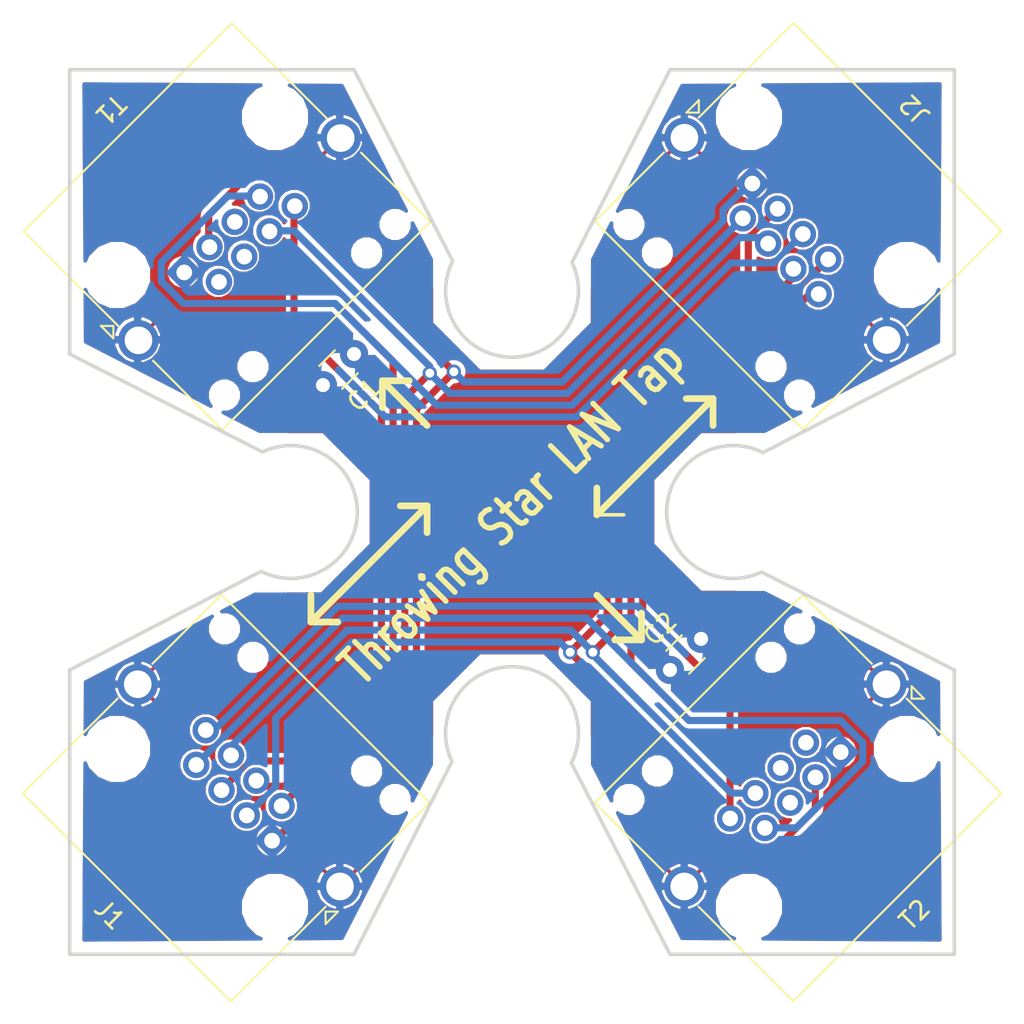
<source format=kicad_pcb>
(kicad_pcb (version 20171130) (host pcbnew "(5.1.6)-1")
  (title_block (date "17 feb 2011"))
  (layers (0 Front signal) (31 Back signal) (36 B.SilkS user) (37 F.SilkS user) (38 B.Mask user) (39 F.Mask user) (44 Edge.Cuts user))
  (net 0 "")
  (net 1 /SIG1)
  (net 2 /SIG2)
  (net 3 /SIG3)
  (net 4 /SIG4)
  (net 5 /SIG5)
  (net 6 /SIG6)
  (net 7 /SIG7)
  (net 8 /SIG8)
  (net 9 GND)
  (net 10 "Net-(J3-Pad1)")
  (net 11 "Net-(J3-Pad2)")
  (net 12 "Net-(J3-Pad4)")
  (net 13 "Net-(J3-Pad5)")
  (net 14 "Net-(J4-Pad1)")
  (net 15 "Net-(J4-Pad2)")
  (net 16 "Net-(J4-Pad4)")
  (net 17 "Net-(J4-Pad5)")
  (module Connector_RJ:RJ45_Amphenol_RJHSE5380 (layer Front) (at 166.771377 104.426521 225)
    (fp_text reference T2 (at 3.560001 -9.5 45 unlocked) (layer F.SilkS))
    (fp_text value RJ45)
    (fp_line (start -4.76 -8.11) (end 11.88 -8.11) (layer F.SilkS) (width 0.12))
    (fp_line (start -4.805 -8.11) (end -4.805 -0.5) (layer F.SilkS) (width 0.12))
    (fp_line (start 11.925 -8.11) (end 11.925 -0.5) (layer F.SilkS) (width 0.12))
    (fp_line (start -4.76 7.86) (end 11.925 7.86) (layer F.SilkS) (width 0.12))
    (fp_line (start -4.805 7.86) (end -4.805 2.3) (layer F.SilkS) (width 0.12))
    (fp_line (start 11.925 7.86) (end 11.925 2.3) (layer F.SilkS) (width 0.12))
    (fp_line (start -5 -0.7) (end -5.5 -0.2) (layer F.SilkS) (width 0.12))
    (fp_line (start -5.5 -0.2) (end -5.5 -1.2) (layer F.SilkS) (width 0.12))
    (fp_line (start -5.5 -1.2) (end -5 -0.7) (layer F.SilkS) (width 0.12))
    (pad SH thru_hole circle (at -4.57 0.89 225) (size 2.3 2.3) (drill 1.57) (layers *.Cu *.Mask) (net 9 GND))
    (pad SH thru_hole circle (at 11.69 0.89 225) (size 2.3 2.3) (drill 1.57) (layers *.Cu *.Mask) (net 9 GND))
    (pad "" np_thru_hole circle (at 9.91 -2.54 225) (size 3.25 3.25) (drill 3.25) (layers *.Cu *.Mask))
    (pad "" np_thru_hole circle (at -2.79 -2.54 225) (size 3.25 3.25) (drill 3.25) (layers *.Cu *.Mask))
    (pad 8 thru_hole circle (at 7.112 1.78 225) (size 1.5 1.5) (drill 0.89) (layers *.Cu *.Mask) (net 8 /SIG8))
    (pad 6 thru_hole circle (at 5.08 1.78 225) (size 1.5 1.5) (drill 0.89) (layers *.Cu *.Mask) (net 6 /SIG6))
    (pad 4 thru_hole circle (at 3.048 1.78 225) (size 1.5 1.5) (drill 0.89) (layers *.Cu *.Mask) (net 16 "Net-(J4-Pad4)"))
    (pad 2 thru_hole circle (at 1.016 1.78 225) (size 1.5 1.5) (drill 0.89) (layers *.Cu *.Mask) (net 15 "Net-(J4-Pad2)"))
    (pad 7 thru_hole circle (at 6.096 0 225) (size 1.5 1.5) (drill 0.89) (layers *.Cu *.Mask) (net 7 /SIG7))
    (pad 5 thru_hole circle (at 4.064 0 225) (size 1.5 1.5) (drill 0.89) (layers *.Cu *.Mask) (net 17 "Net-(J4-Pad5)"))
    (pad 3 thru_hole circle (at 2.032 0 225) (size 1.5 1.5) (drill 0.89) (layers *.Cu *.Mask) (net 3 /SIG3))
    (pad 1 thru_hole rect (at 0 0 225) (size 1.5 1.5) (drill 0.89) (layers *.Cu *.Mask) (net 14 "Net-(J4-Pad1)"))
  )
  (module Connector_RJ:RJ45_Amphenol_RJHSE5380 (layer Front) (at 129.448879 77.153223 45)
    (fp_text reference T1 (at 3.560001 -9.5 225 unlocked) (layer F.SilkS))
    (fp_text value RJ45)
    (fp_line (start -4.76 -8.11) (end 11.88 -8.11) (layer F.SilkS) (width 0.12))
    (fp_line (start -4.805 -8.11) (end -4.805 -0.5) (layer F.SilkS) (width 0.12))
    (fp_line (start 11.925 -8.11) (end 11.925 -0.5) (layer F.SilkS) (width 0.12))
    (fp_line (start -4.76 7.86) (end 11.925 7.86) (layer F.SilkS) (width 0.12))
    (fp_line (start -4.805 7.86) (end -4.805 2.3) (layer F.SilkS) (width 0.12))
    (fp_line (start 11.925 7.86) (end 11.925 2.3) (layer F.SilkS) (width 0.12))
    (fp_line (start -5 -0.7) (end -5.5 -0.2) (layer F.SilkS) (width 0.12))
    (fp_line (start -5.5 -0.2) (end -5.5 -1.2) (layer F.SilkS) (width 0.12))
    (fp_line (start -5.5 -1.2) (end -5 -0.7) (layer F.SilkS) (width 0.12))
    (pad SH thru_hole circle (at -4.57 0.89 45) (size 2.3 2.3) (drill 1.57) (layers *.Cu *.Mask) (net 9 GND))
    (pad SH thru_hole circle (at 11.69 0.89 45) (size 2.3 2.3) (drill 1.57) (layers *.Cu *.Mask) (net 9 GND))
    (pad "" np_thru_hole circle (at 9.91 -2.54 45) (size 3.25 3.25) (drill 3.25) (layers *.Cu *.Mask))
    (pad "" np_thru_hole circle (at -2.79 -2.54 45) (size 3.25 3.25) (drill 3.25) (layers *.Cu *.Mask))
    (pad 8 thru_hole circle (at 7.112 1.78 45) (size 1.5 1.5) (drill 0.89) (layers *.Cu *.Mask) (net 5 /SIG5))
    (pad 6 thru_hole circle (at 5.08 1.78 45) (size 1.5 1.5) (drill 0.89) (layers *.Cu *.Mask) (net 2 /SIG2))
    (pad 4 thru_hole circle (at 3.048 1.78 45) (size 1.5 1.5) (drill 0.89) (layers *.Cu *.Mask) (net 12 "Net-(J3-Pad4)"))
    (pad 2 thru_hole circle (at 1.016 1.78 45) (size 1.5 1.5) (drill 0.89) (layers *.Cu *.Mask) (net 11 "Net-(J3-Pad2)"))
    (pad 7 thru_hole circle (at 6.096 0 45) (size 1.5 1.5) (drill 0.89) (layers *.Cu *.Mask) (net 4 /SIG4))
    (pad 5 thru_hole circle (at 4.064 0 45) (size 1.5 1.5) (drill 0.89) (layers *.Cu *.Mask) (net 13 "Net-(J3-Pad5)"))
    (pad 3 thru_hole circle (at 2.032 0 45) (size 1.5 1.5) (drill 0.89) (layers *.Cu *.Mask) (net 1 /SIG1))
    (pad 1 thru_hole rect (at 0 0 45) (size 1.5 1.5) (drill 0.89) (layers *.Cu *.Mask) (net 10 "Net-(J3-Pad1)"))
  )
  (module Connector_RJ:RJ45_Amphenol_RJHSE5380 (layer Front) (at 161.746521 72.098623 315)
    (fp_text reference J2 (at 3.560001 -9.5 135 unlocked) (layer F.SilkS))
    (fp_text value RJ45)
    (fp_line (start -4.76 -8.11) (end 11.88 -8.11) (layer F.SilkS) (width 0.12))
    (fp_line (start -4.805 -8.11) (end -4.805 -0.5) (layer F.SilkS) (width 0.12))
    (fp_line (start 11.925 -8.11) (end 11.925 -0.5) (layer F.SilkS) (width 0.12))
    (fp_line (start -4.76 7.86) (end 11.925 7.86) (layer F.SilkS) (width 0.12))
    (fp_line (start -4.805 7.86) (end -4.805 2.3) (layer F.SilkS) (width 0.12))
    (fp_line (start 11.925 7.86) (end 11.925 2.3) (layer F.SilkS) (width 0.12))
    (fp_line (start -5 -0.7) (end -5.5 -0.2) (layer F.SilkS) (width 0.12))
    (fp_line (start -5.5 -0.2) (end -5.5 -1.2) (layer F.SilkS) (width 0.12))
    (fp_line (start -5.5 -1.2) (end -5 -0.7) (layer F.SilkS) (width 0.12))
    (pad SH thru_hole circle (at -4.57 0.89 315) (size 2.3 2.3) (drill 1.57) (layers *.Cu *.Mask) (net 9 GND))
    (pad SH thru_hole circle (at 11.69 0.89 315) (size 2.3 2.3) (drill 1.57) (layers *.Cu *.Mask) (net 9 GND))
    (pad "" np_thru_hole circle (at 9.91 -2.54 315) (size 3.25 3.25) (drill 3.25) (layers *.Cu *.Mask))
    (pad "" np_thru_hole circle (at -2.79 -2.54 315) (size 3.25 3.25) (drill 3.25) (layers *.Cu *.Mask))
    (pad 8 thru_hole circle (at 7.112 1.78 315) (size 1.5 1.5) (drill 0.89) (layers *.Cu *.Mask) (net 8 /SIG8))
    (pad 6 thru_hole circle (at 5.08 1.78 315) (size 1.5 1.5) (drill 0.89) (layers *.Cu *.Mask) (net 6 /SIG6))
    (pad 4 thru_hole circle (at 3.048 1.78 315) (size 1.5 1.5) (drill 0.89) (layers *.Cu *.Mask) (net 4 /SIG4))
    (pad 2 thru_hole circle (at 1.016 1.78 315) (size 1.5 1.5) (drill 0.89) (layers *.Cu *.Mask) (net 2 /SIG2))
    (pad 7 thru_hole circle (at 6.096 0 315) (size 1.5 1.5) (drill 0.89) (layers *.Cu *.Mask) (net 7 /SIG7))
    (pad 5 thru_hole circle (at 4.064 0 315) (size 1.5 1.5) (drill 0.89) (layers *.Cu *.Mask) (net 5 /SIG5))
    (pad 3 thru_hole circle (at 2.032 0 315) (size 1.5 1.5) (drill 0.89) (layers *.Cu *.Mask) (net 3 /SIG3))
    (pad 1 thru_hole rect (at 0 0 315) (size 1.5 1.5) (drill 0.89) (layers *.Cu *.Mask) (net 1 /SIG1))
  )
  (module Connector_RJ:RJ45_Amphenol_RJHSE5380 (layer Front) (at 134.443223 109.461121 135)
    (fp_text reference J1 (at 3.560001 -9.5 315 unlocked) (layer F.SilkS))
    (fp_text value RJ45)
    (fp_line (start -4.76 -8.11) (end 11.88 -8.11) (layer F.SilkS) (width 0.12))
    (fp_line (start -4.805 -8.11) (end -4.805 -0.5) (layer F.SilkS) (width 0.12))
    (fp_line (start 11.925 -8.11) (end 11.925 -0.5) (layer F.SilkS) (width 0.12))
    (fp_line (start -4.76 7.86) (end 11.925 7.86) (layer F.SilkS) (width 0.12))
    (fp_line (start -4.805 7.86) (end -4.805 2.3) (layer F.SilkS) (width 0.12))
    (fp_line (start 11.925 7.86) (end 11.925 2.3) (layer F.SilkS) (width 0.12))
    (fp_line (start -5 -0.7) (end -5.5 -0.2) (layer F.SilkS) (width 0.12))
    (fp_line (start -5.5 -0.2) (end -5.5 -1.2) (layer F.SilkS) (width 0.12))
    (fp_line (start -5.5 -1.2) (end -5 -0.7) (layer F.SilkS) (width 0.12))
    (pad SH thru_hole circle (at -4.57 0.89 135) (size 2.3 2.3) (drill 1.57) (layers *.Cu *.Mask) (net 9 GND))
    (pad SH thru_hole circle (at 11.69 0.89 135) (size 2.3 2.3) (drill 1.57) (layers *.Cu *.Mask) (net 9 GND))
    (pad "" np_thru_hole circle (at 9.91 -2.54 135) (size 3.25 3.25) (drill 3.25) (layers *.Cu *.Mask))
    (pad "" np_thru_hole circle (at -2.79 -2.54 135) (size 3.25 3.25) (drill 3.25) (layers *.Cu *.Mask))
    (pad 8 thru_hole circle (at 7.112 1.78 135) (size 1.5 1.5) (drill 0.89) (layers *.Cu *.Mask) (net 8 /SIG8))
    (pad 6 thru_hole circle (at 5.08 1.78 135) (size 1.5 1.5) (drill 0.89) (layers *.Cu *.Mask) (net 6 /SIG6))
    (pad 4 thru_hole circle (at 3.048 1.78 135) (size 1.5 1.5) (drill 0.89) (layers *.Cu *.Mask) (net 4 /SIG4))
    (pad 2 thru_hole circle (at 1.016 1.78 135) (size 1.5 1.5) (drill 0.89) (layers *.Cu *.Mask) (net 2 /SIG2))
    (pad 7 thru_hole circle (at 6.096 0 135) (size 1.5 1.5) (drill 0.89) (layers *.Cu *.Mask) (net 7 /SIG7))
    (pad 5 thru_hole circle (at 4.064 0 135) (size 1.5 1.5) (drill 0.89) (layers *.Cu *.Mask) (net 5 /SIG5))
    (pad 3 thru_hole circle (at 2.032 0 135) (size 1.5 1.5) (drill 0.89) (layers *.Cu *.Mask) (net 3 /SIG3))
    (pad 1 thru_hole rect (at 0 0 135) (size 1.5 1.5) (drill 0.89) (layers *.Cu *.Mask) (net 1 /SIG1))
  )
  (module Capacitor_THT:C_Disc_D3.0mm_W1.6mm_P2.50mm (layer Front) (at 157.06344 99.75342 45)
    (fp_text reference C2 (at 1.25 -2.05 45) (layer F.SilkS))
    (fp_text value 220pF)
    (fp_line (start 0.621 -0.92) (end 1.879 -0.92) (layer F.SilkS) (width 0.12))
    (fp_line (start 0.621 0.92) (end 1.879 0.92) (layer F.SilkS) (width 0.12))
    (pad 2 thru_hole circle (at 2.5 0 45) (size 1.6 1.6) (drill 0.8) (layers *.Cu *.Mask) (net 8 /SIG8))
    (pad 1 thru_hole circle (at 0 0 45) (size 1.6 1.6) (drill 0.8) (layers *.Cu *.Mask) (net 7 /SIG7))
  )
  (module Capacitor_THT:C_Disc_D3.0mm_W1.6mm_P2.50mm (layer Front) (at 139.1031 81.79308 225)
    (fp_text reference C1 (at 1.25 -2.05 45) (layer F.SilkS))
    (fp_text value 220pF)
    (fp_line (start 0.621 -0.92) (end 1.879 -0.92) (layer F.SilkS) (width 0.12))
    (fp_line (start 0.621 0.92) (end 1.879 0.92) (layer F.SilkS) (width 0.12))
    (pad 2 thru_hole circle (at 2.5 0 225) (size 1.6 1.6) (drill 0.8) (layers *.Cu *.Mask) (net 5 /SIG5))
    (pad 1 thru_hole circle (at 0 0 225) (size 1.6 1.6) (drill 0.8) (layers *.Cu *.Mask) (net 4 /SIG4))
  )
  (gr_text "Throwing Star LAN Tap" (at 148.08454 90.77198 45) (layer F.SilkS) (effects (font (size 2.032 1.524) (thickness 0.3048))))
  (gr_line (start 152.908 90.932) (end 154.432 90.932) (angle 90) (layer F.SilkS) (width 0.2032))
  (gr_line (start 152.908 90.932) (end 152.908 89.408) (angle 90) (layer F.SilkS) (width 0.381))
  (gr_line (start 159.512 84.328) (end 152.908 90.932) (angle 90) (layer F.SilkS) (width 0.381))
  (gr_line (start 159.512 84.328) (end 157.988 84.328) (angle 90) (layer F.SilkS) (width 0.381))
  (gr_line (start 159.512 84.328) (end 159.512 85.852) (angle 90) (layer F.SilkS) (width 0.381))
  (gr_line (start 143.256 90.424) (end 143.256 91.948) (angle 90) (layer F.SilkS) (width 0.381))
  (gr_line (start 143.256 90.424) (end 141.732 90.424) (angle 90) (layer F.SilkS) (width 0.381))
  (gr_line (start 136.652 97.028) (end 143.256 90.424) (angle 90) (layer F.SilkS) (width 0.381))
  (gr_line (start 136.652 97.028) (end 138.176 97.028) (angle 90) (layer F.SilkS) (width 0.381))
  (gr_line (start 136.652 97.028) (end 136.652 95.504) (angle 90) (layer F.SilkS) (width 0.381))
  (gr_line (start 155.448 98.044) (end 152.908 95.504) (angle 90) (layer F.SilkS) (width 0.381))
  (gr_line (start 155.448 98.044) (end 153.924 98.044) (angle 90) (layer F.SilkS) (width 0.381))
  (gr_line (start 155.448 98.044) (end 155.448 96.52) (angle 90) (layer F.SilkS) (width 0.381))
  (gr_line (start 140.716 83.312) (end 143.256 85.852) (angle 90) (layer F.SilkS) (width 0.381))
  (gr_line (start 140.716 83.312) (end 142.24 83.312) (angle 90) (layer F.SilkS) (width 0.381))
  (gr_line (start 140.716 83.312) (end 140.716 84.836) (angle 90) (layer F.SilkS) (width 0.381))
  (gr_arc (start 148.08454 103.34498) (end 144.67078 104.96042) (angle 232) (layer Edge.Cuts) (width 0.2032))
  (gr_arc (start 135.51154 90.77198) (end 133.89356 87.36076) (angle 232) (layer Edge.Cuts) (width 0.2032))
  (gr_arc (start 148.08454 78.19898) (end 151.49576 76.58354) (angle 232) (layer Edge.Cuts) (width 0.2032))
  (gr_arc (start 160.655 90.77198) (end 162.27298 94.18574) (angle 232) (layer Edge.Cuts) (width 0.2032))
  (gr_line (start 173.228 99.75342) (end 162.27298 94.18574) (angle 90) (layer Edge.Cuts) (width 0.2032))
  (gr_line (start 157.06344 115.91798) (end 151.459245 105.040495) (angle 90) (layer Edge.Cuts) (width 0.2032))
  (gr_line (start 139.1031 115.91798) (end 144.67078 104.96042) (angle 90) (layer Edge.Cuts) (width 0.2032))
  (gr_line (start 122.93854 99.75342) (end 133.81959 94.147122) (angle 90) (layer Edge.Cuts) (width 0.2032))
  (gr_line (start 122.93854 81.79308) (end 133.89356 87.36076) (angle 90) (layer Edge.Cuts) (width 0.2032))
  (gr_line (start 139.1031 65.62852) (end 144.711399 76.505466) (angle 90) (layer Edge.Cuts) (width 0.2032))
  (gr_line (start 173.228 115.91798) (end 157.06344 115.91798) (angle 90) (layer Edge.Cuts) (width 0.2032))
  (gr_line (start 173.228 115.91798) (end 173.228 99.75342) (angle 90) (layer Edge.Cuts) (width 0.2032))
  (gr_line (start 122.93854 115.91798) (end 139.1031 115.91798) (angle 90) (layer Edge.Cuts) (width 0.2032))
  (gr_line (start 122.93854 115.91798) (end 122.93854 99.75342) (angle 90) (layer Edge.Cuts) (width 0.2032))
  (gr_line (start 122.93854 65.62852) (end 122.93854 81.79308) (angle 90) (layer Edge.Cuts) (width 0.2032))
  (gr_line (start 122.93854 65.62852) (end 139.1031 65.62852) (angle 90) (layer Edge.Cuts) (width 0.2032))
  (gr_line (start 157.06344 65.62852) (end 151.49576 76.58354) (angle 90) (layer Edge.Cuts) (width 0.2032))
  (gr_line (start 173.228 65.62852) (end 157.06344 65.62852) (angle 90) (layer Edge.Cuts) (width 0.2032))
  (gr_line (start 173.228 81.79308) (end 162.348952 87.395274) (angle 90) (layer Edge.Cuts) (width 0.2032))
  (gr_line (start 173.228 65.62852) (end 173.228 81.79308) (angle 90) (layer Edge.Cuts) (width 0.2032))
  (segment (start 134.43204 109.45114) (end 134.57682 109.45114) (width 0.4064) (layer Front) (net 1))
  (segment (start 142.65402 84.92236) (end 142.65402 100.73386) (width 0.4064) (layer Front) (net 1))
  (segment (start 142.65402 100.73386) (end 136.08558 107.3023) (width 0.4064) (layer Front) (net 1))
  (segment (start 136.08558 107.3023) (end 136.08558 107.94238) (width 0.4064) (layer Front) (net 1))
  (segment (start 142.65402 84.92236) (end 144.77746 82.79892) (width 0.4064) (layer Front) (net 1))
  (segment (start 134.57682 109.45114) (end 136.08558 107.94238) (width 0.4064) (layer Front) (net 1))
  (segment (start 130.84048 75.68438) (end 130.84048 73.8886) (width 0.4064) (layer Front) (net 1))
  (segment (start 133.2484 71.48322) (end 130.84048 73.8886) (width 0.4064) (layer Front) (net 1))
  (segment (start 135.61822 71.48322) (end 133.2484 71.48322) (width 0.4064) (layer Front) (net 1))
  (segment (start 136.94664 72.81164) (end 135.61822 71.48322) (width 0.4064) (layer Front) (net 1))
  (segment (start 136.94664 74.9681) (end 136.94664 72.81164) (width 0.4064) (layer Front) (net 1))
  (segment (start 136.94664 74.9681) (end 144.77746 82.79892) (width 0.4064) (layer Front) (net 1))
  (segment (start 160.08096 73.60158) (end 161.58972 72.09282) (width 0.4064) (layer Back) (net 1))
  (segment (start 160.08096 73.60158) (end 160.08096 74.24166) (width 0.4064) (layer Back) (net 1))
  (segment (start 160.08096 74.24166) (end 150.94966 83.37296) (width 0.4064) (layer Back) (net 1))
  (segment (start 150.94966 83.37296) (end 145.35404 83.37296) (width 0.4064) (layer Back) (net 1))
  (via (at 144.77746 82.79892) (size 0.8128) (layers Front Back) (net 1))
  (segment (start 144.77746 82.79892) (end 145.35404 83.37296) (width 0.4064) (layer Back) (net 1))
  (segment (start 161.58972 72.09282) (end 161.7345 72.09282) (width 0.4064) (layer Back) (net 1))
  (segment (start 143.4084 82.4992) (end 143.4084 82.8802) (width 0.4064) (layer Back) (net 2))
  (segment (start 135.69696 74.78776) (end 143.4084 82.4992) (width 0.4064) (layer Back) (net 2))
  (segment (start 134.2517 74.78776) (end 135.69696 74.78776) (width 0.4064) (layer Back) (net 2))
  (segment (start 144.5768 84.0359) (end 144.5641 84.0359) (width 0.4064) (layer Back) (net 2))
  (segment (start 161.19602 74.06894) (end 161.19348 74.06894) (width 0.4064) (layer Back) (net 2))
  (segment (start 151.22652 84.0359) (end 145.3896 84.0359) (width 0.4064) (layer Back) (net 2))
  (segment (start 161.19348 74.06894) (end 151.22652 84.0359) (width 0.4064) (layer Back) (net 2))
  (segment (start 144.5768 84.0359) (end 145.3896 84.0359) (width 0.4064) (layer Back) (net 2))
  (via (at 143.4084 82.8802) (size 0.8128) (layers Front Back) (net 2))
  (segment (start 144.5641 84.0359) (end 143.4084 82.8802) (width 0.4064) (layer Back) (net 2))
  (segment (start 141.98854 84.30514) (end 141.98854 84.30006) (width 0.4064) (layer Front) (net 2))
  (segment (start 141.98854 84.30006) (end 143.4084 82.8802) (width 0.4064) (layer Front) (net 2))
  (segment (start 141.98854 85.1662) (end 141.98854 84.30514) (width 0.4064) (layer Front) (net 2))
  (segment (start 141.98854 100.457) (end 141.98854 85.1662) (width 0.4064) (layer Front) (net 2))
  (segment (start 134.97052 107.47502) (end 141.98854 100.457) (width 0.4064) (layer Front) (net 2))
  (segment (start 141.98854 84.30514) (end 141.986 84.3026) (width 0.4064) (layer Front) (net 2))
  (segment (start 162.19932 74.50074) (end 162.20186 74.50074) (width 0.4064) (layer Front) (net 3))
  (segment (start 161.5186 75.18146) (end 161.5186 79.04734) (width 0.4064) (layer Front) (net 3))
  (segment (start 161.5186 79.04734) (end 153.48966 87.07628) (width 0.4064) (layer Front) (net 3))
  (segment (start 161.62528 75.07478) (end 162.19932 74.50074) (width 0.3302) (layer Front) (net 3))
  (segment (start 153.48966 96.64446) (end 153.48966 87.07628) (width 0.4064) (layer Front) (net 3))
  (segment (start 151.38908 98.74758) (end 153.48966 96.64446) (width 0.4064) (layer Front) (net 3))
  (segment (start 161.62528 75.07478) (end 161.5186 75.18146) (width 0.4064) (layer Front) (net 3))
  (segment (start 162.20186 74.50074) (end 163.17214 73.53046) (width 0.4064) (layer Front) (net 3))
  (segment (start 165.32606 105.85958) (end 165.32606 107.65536) (width 0.4064) (layer Front) (net 3))
  (segment (start 159.2199 106.5784) (end 151.38908 98.74758) (width 0.4064) (layer Front) (net 3))
  (segment (start 162.9918 109.98962) (end 165.32606 107.65536) (width 0.4064) (layer Front) (net 3))
  (segment (start 160.40354 109.98962) (end 162.9918 109.98962) (width 0.4064) (layer Front) (net 3))
  (segment (start 159.2199 108.80344) (end 160.40354 109.98962) (width 0.4064) (layer Front) (net 3))
  (segment (start 159.2199 106.5784) (end 159.2199 108.80344) (width 0.4064) (layer Front) (net 3))
  (segment (start 132.9944 108.0135) (end 132.99694 108.0135) (width 0.4064) (layer Back) (net 3))
  (segment (start 134.64794 106.3625) (end 134.64794 102.49662) (width 0.4064) (layer Back) (net 3))
  (segment (start 134.64794 102.49662) (end 138.97356 98.171) (width 0.4064) (layer Back) (net 3))
  (via (at 151.38908 98.74758) (size 0.8128) (layers Front Back) (net 3))
  (segment (start 134.54126 106.46918) (end 133.96722 107.04322) (width 0.3302) (layer Back) (net 3))
  (segment (start 150.8125 98.171) (end 151.38908 98.74758) (width 0.4064) (layer Back) (net 3))
  (segment (start 138.97356 98.171) (end 150.8125 98.171) (width 0.4064) (layer Back) (net 3))
  (segment (start 134.54126 106.46918) (end 134.64794 106.3625) (width 0.4064) (layer Back) (net 3))
  (segment (start 132.99694 108.0135) (end 133.96722 107.04322) (width 0.4064) (layer Back) (net 3))
  (segment (start 133.71322 72.81164) (end 131.91998 72.81164) (width 0.4064) (layer Back) (net 4))
  (segment (start 138.02614 78.9178) (end 129.40538 78.9178) (width 0.4064) (layer Back) (net 4))
  (segment (start 129.40538 78.9178) (end 128.14808 77.6605) (width 0.4064) (layer Back) (net 4))
  (segment (start 128.14808 77.6605) (end 128.14808 76.58354) (width 0.4064) (layer Back) (net 4))
  (segment (start 128.14808 76.58354) (end 131.91998 72.81164) (width 0.4064) (layer Back) (net 4))
  (segment (start 138.02614 78.9178) (end 140.00226 80.89392) (width 0.4064) (layer Back) (net 4))
  (segment (start 133.53542 106.03738) (end 133.86054 106.3625) (width 0.4064) (layer Front) (net 4))
  (segment (start 141.32306 100.18268) (end 141.32306 82.21472) (width 0.4064) (layer Front) (net 4))
  (segment (start 141.32306 82.21472) (end 140.00226 80.89392) (width 0.4064) (layer Front) (net 4))
  (segment (start 135.14324 106.3625) (end 141.32306 100.18268) (width 0.4064) (layer Front) (net 4))
  (segment (start 133.86054 106.3625) (end 135.14324 106.3625) (width 0.4064) (layer Front) (net 4))
  (segment (start 162.63112 75.50658) (end 162.29838 75.17384) (width 0.4064) (layer Back) (net 4))
  (segment (start 151.50338 84.70138) (end 143.80972 84.70138) (width 0.4064) (layer Back) (net 4))
  (segment (start 143.80972 84.70138) (end 140.00226 80.89392) (width 0.4064) (layer Back) (net 4))
  (segment (start 161.03092 75.17384) (end 151.50338 84.70138) (width 0.4064) (layer Back) (net 4))
  (segment (start 162.29838 75.17384) (end 161.03092 75.17384) (width 0.4064) (layer Back) (net 4))
  (segment (start 132.4864 105.6386) (end 133.1214 105.0036) (width 0.3302) (layer Front) (net 5))
  (segment (start 131.5593 106.5657) (end 132.4864 105.6386) (width 0.4064) (layer Front) (net 5))
  (segment (start 131.5593 106.57586) (end 131.5593 106.5657) (width 0.4064) (layer Front) (net 5))
  (segment (start 140.65504 99.9109) (end 135.63854 104.9274) (width 0.4064) (layer Front) (net 5))
  (segment (start 135.63854 104.9274) (end 133.1976 104.9274) (width 0.4064) (layer Front) (net 5))
  (segment (start 133.1976 104.9274) (end 133.1214 105.0036) (width 0.4064) (layer Front) (net 5))
  (segment (start 140.65758 85.14588) (end 138.20394 82.69224) (width 0.4064) (layer Front) (net 5))
  (segment (start 140.65758 85.14588) (end 140.65758 99.9109) (width 0.4064) (layer Front) (net 5))
  (segment (start 140.65758 99.9109) (end 140.65504 99.9109) (width 0.4064) (layer Front) (net 5))
  (segment (start 140.8811 85.36686) (end 140.87856 85.36686) (width 0.4064) (layer Back) (net 5))
  (segment (start 164.60724 74.9681) (end 163.6395 75.93584) (width 0.4064) (layer Back) (net 5))
  (segment (start 163.06292 76.51242) (end 162.9537 76.6191) (width 0.4064) (layer Back) (net 5))
  (segment (start 151.78024 85.36686) (end 140.8811 85.36686) (width 0.4064) (layer Back) (net 5))
  (segment (start 163.06292 76.51242) (end 163.63696 75.93584) (width 0.3302) (layer Back) (net 5))
  (segment (start 160.52546 76.6191) (end 151.78024 85.36686) (width 0.4064) (layer Back) (net 5))
  (segment (start 162.9537 76.6191) (end 160.52546 76.6191) (width 0.4064) (layer Back) (net 5))
  (segment (start 163.63696 75.93584) (end 163.6395 75.93584) (width 0.4064) (layer Back) (net 5))
  (segment (start 140.87856 85.36686) (end 138.20394 82.69224) (width 0.4064) (layer Back) (net 5))
  (segment (start 135.68934 80.1751) (end 135.68934 80.17764) (width 0.4064) (layer Front) (net 5))
  (segment (start 135.68934 73.35012) (end 135.68934 80.1751) (width 0.4064) (layer Front) (net 5))
  (segment (start 135.68934 80.17764) (end 138.20394 82.69224) (width 0.4064) (layer Front) (net 5))
  (segment (start 161.91484 106.7562) (end 160.54832 106.7562) (width 0.4064) (layer Back) (net 6))
  (segment (start 152.68194 98.88982) (end 152.68194 98.74758) (width 0.4064) (layer Back) (net 6))
  (segment (start 152.68194 98.88982) (end 160.54832 106.7562) (width 0.4064) (layer Back) (net 6))
  (segment (start 164.06876 76.94168) (end 163.97732 77.03312) (width 0.4064) (layer Front) (net 6))
  (segment (start 154.15514 87.35314) (end 154.15514 97.27438) (width 0.4064) (layer Front) (net 6))
  (segment (start 154.15514 97.27438) (end 152.68194 98.74758) (width 0.4064) (layer Front) (net 6))
  (via (at 152.68194 98.74758) (size 0.8128) (layers Front Back) (net 6))
  (segment (start 163.97732 77.52842) (end 154.15514 87.35314) (width 0.4064) (layer Front) (net 6))
  (segment (start 163.97732 77.03312) (end 163.97732 77.52842) (width 0.4064) (layer Front) (net 6))
  (segment (start 132.09778 104.60228) (end 132.1435 104.55656) (width 0.4064) (layer Back) (net 6))
  (segment (start 138.71448 97.49028) (end 151.42464 97.49028) (width 0.4064) (layer Back) (net 6))
  (segment (start 151.42464 97.49028) (end 152.68194 98.74758) (width 0.4064) (layer Back) (net 6))
  (segment (start 132.1435 104.06126) (end 138.71448 97.49028) (width 0.4064) (layer Back) (net 6))
  (segment (start 132.1435 104.55656) (end 132.1435 104.06126) (width 0.4064) (layer Back) (net 6))
  (segment (start 156.16428 100.65258) (end 156.16428 100.65004) (width 0.4064) (layer Front) (net 7))
  (segment (start 164.49802 77.94752) (end 154.8511 87.59698) (width 0.4064) (layer Front) (net 7))
  (segment (start 154.8511 87.59698) (end 154.8511 99.33686) (width 0.4064) (layer Front) (net 7))
  (segment (start 165.0746 77.37348) (end 164.49802 77.94752) (width 0.3302) (layer Front) (net 7))
  (segment (start 165.0746 77.37348) (end 166.04488 76.4032) (width 0.4064) (layer Front) (net 7))
  (segment (start 156.16428 100.65004) (end 154.8511 99.33686) (width 0.4064) (layer Front) (net 7))
  (segment (start 162.4584 108.72724) (end 162.45332 108.73232) (width 0.4064) (layer Back) (net 7))
  (segment (start 164.25164 108.72724) (end 162.4584 108.72724) (width 0.4064) (layer Back) (net 7))
  (segment (start 164.25164 108.72724) (end 164.24656 108.73232) (width 0.4064) (layer Back) (net 7))
  (segment (start 156.16428 100.65258) (end 156.16428 100.65004) (width 0.4064) (layer Back) (net 7))
  (segment (start 156.16428 100.65004) (end 152.32126 96.80702) (width 0.4064) (layer Back) (net 7))
  (segment (start 130.12166 105.14076) (end 131.09194 104.17048) (width 0.4064) (layer Back) (net 7))
  (segment (start 158.1404 102.62616) (end 166.76116 102.62616) (width 0.4064) (layer Back) (net 7))
  (segment (start 166.76116 102.62616) (end 168.01846 103.88346) (width 0.4064) (layer Back) (net 7))
  (segment (start 168.01846 103.88346) (end 168.01846 104.96042) (width 0.4064) (layer Back) (net 7))
  (segment (start 156.16428 100.65004) (end 158.1404 102.62616) (width 0.4064) (layer Back) (net 7))
  (segment (start 168.01846 104.96042) (end 164.25164 108.72724) (width 0.4064) (layer Back) (net 7))
  (segment (start 131.66852 103.59644) (end 131.09194 104.17048) (width 0.3302) (layer Back) (net 7))
  (segment (start 138.4554 96.80702) (end 152.32126 96.80702) (width 0.4064) (layer Back) (net 7))
  (segment (start 131.66852 103.59644) (end 138.4554 96.80702) (width 0.4064) (layer Back) (net 7))
  (segment (start 165.5064 78.37932) (end 165.00602 78.37932) (width 0.4064) (layer Front) (net 8))
  (segment (start 155.51658 87.87638) (end 155.51404 87.87638) (width 0.4064) (layer Front) (net 8))
  (segment (start 155.51658 87.86876) (end 155.51658 87.87638) (width 0.4064) (layer Front) (net 8))
  (segment (start 165.00602 78.37932) (end 155.51658 87.86876) (width 0.4064) (layer Front) (net 8))
  (segment (start 157.9626 98.85426) (end 155.51404 96.4057) (width 0.4064) (layer Front) (net 8))
  (segment (start 155.51404 96.4057) (end 155.51404 87.87638) (width 0.4064) (layer Front) (net 8))
  (segment (start 155.51404 87.87638) (end 155.51404 87.87638) (width 0.4064) (layer Front) (net 8))
  (segment (start 130.66014 103.16464) (end 131.16052 103.16464) (width 0.4064) (layer Back) (net 8))
  (segment (start 131.35102 102.97414) (end 131.35102 102.9716) (width 0.4064) (layer Back) (net 8))
  (segment (start 131.16052 103.16464) (end 131.35102 102.97414) (width 0.4064) (layer Back) (net 8))
  (segment (start 142.00632 96.12376) (end 141.98854 96.14154) (width 0.4064) (layer Back) (net 8))
  (segment (start 157.9626 98.85426) (end 155.2321 96.12376) (width 0.4064) (layer Back) (net 8))
  (segment (start 142.00632 96.12376) (end 155.2321 96.12376) (width 0.4064) (layer Back) (net 8))
  (segment (start 138.18108 96.14154) (end 131.35102 102.9716) (width 0.4064) (layer Back) (net 8))
  (segment (start 131.35102 102.9716) (end 131.15798 103.16464) (width 0.4064) (layer Back) (net 8))
  (segment (start 141.98854 96.14154) (end 138.18108 96.14154) (width 0.4064) (layer Back) (net 8))
  (segment (start 157.9626 98.85426) (end 160.4772 101.36886) (width 0.4064) (layer Front) (net 8))
  (segment (start 160.4772 101.36886) (end 160.4772 108.19384) (width 0.4064) (layer Front) (net 8))
  (segment (start 157.87116 69.48932) (end 155.98648 71.374) (width 0.2032) (layer Front) (net 9))
  (segment (start 138.29538 72.90054) (end 138.29538 69.48932) (width 0.2032) (layer Front) (net 9))
  (segment (start 143.50238 78.11008) (end 138.29538 72.90054) (width 0.2032) (layer Front) (net 9))
  (segment (start 143.50238 80.0862) (end 143.50238 78.11008) (width 0.2032) (layer Front) (net 9))
  (segment (start 146.19732 82.7786) (end 143.50238 80.0862) (width 0.2032) (layer Front) (net 9))
  (segment (start 149.96922 82.7786) (end 146.19732 82.7786) (width 0.2032) (layer Front) (net 9))
  (segment (start 152.66416 80.0862) (end 149.96922 82.7786) (width 0.2032) (layer Front) (net 9))
  (segment (start 152.66416 78.11008) (end 152.66416 80.0862) (width 0.2032) (layer Front) (net 9))
  (segment (start 155.98648 74.78776) (end 152.66416 78.11008) (width 0.2032) (layer Front) (net 9))
  (segment (start 155.98648 71.374) (end 155.98648 74.78776) (width 0.2032) (layer Front) (net 9))
  (segment (start 169.3672 100.56114) (end 168.2877 99.48418) (width 0.2032) (layer Front) (net 9))
  (segment (start 165.95344 80.98282) (end 169.3672 80.98282) (width 0.2032) (layer Front) (net 9))
  (segment (start 160.74644 86.19236) (end 165.95344 80.98282) (width 0.2032) (layer Front) (net 9))
  (segment (start 158.77032 86.19236) (end 160.74644 86.19236) (width 0.2032) (layer Front) (net 9))
  (segment (start 156.07538 88.8873) (end 158.77032 86.19236) (width 0.2032) (layer Front) (net 9))
  (segment (start 156.07538 92.6592) (end 156.07538 88.8873) (width 0.2032) (layer Front) (net 9))
  (segment (start 158.77032 95.3516) (end 156.07538 92.6592) (width 0.2032) (layer Front) (net 9))
  (segment (start 160.74644 95.3516) (end 158.77032 95.3516) (width 0.2032) (layer Front) (net 9))
  (segment (start 164.87648 99.48418) (end 160.74644 95.3516) (width 0.2032) (layer Front) (net 9))
  (segment (start 168.2877 99.48418) (end 164.87648 99.48418) (width 0.2032) (layer Front) (net 9))
  (segment (start 157.87116 112.05464) (end 159.3088 110.61954) (width 0.2032) (layer Front) (net 9))
  (segment (start 168.46804 101.45776) (end 169.3672 100.56114) (width 0.2032) (layer Front) (net 9))
  (segment (start 168.46804 105.76814) (end 168.46804 101.45776) (width 0.2032) (layer Front) (net 9))
  (segment (start 163.61918 110.61954) (end 168.46804 105.76814) (width 0.2032) (layer Front) (net 9))
  (segment (start 159.3088 110.61954) (end 163.61918 110.61954) (width 0.2032) (layer Front) (net 9))
  (segment (start 157.87116 112.05464) (end 156.16428 110.3503) (width 0.2032) (layer Front) (net 9))
  (segment (start 139.82192 110.5281) (end 139.82192 107.11688) (width 0.2032) (layer Front) (net 9))
  (segment (start 139.82192 107.11688) (end 143.50238 103.43388) (width 0.2032) (layer Front) (net 9))
  (segment (start 143.50238 103.43388) (end 143.50238 101.45776) (width 0.2032) (layer Front) (net 9))
  (segment (start 143.50238 101.45776) (end 146.19732 98.76536) (width 0.2032) (layer Front) (net 9))
  (segment (start 146.19732 98.76536) (end 149.96922 98.76536) (width 0.2032) (layer Front) (net 9))
  (segment (start 149.96922 98.76536) (end 152.66416 101.45776) (width 0.2032) (layer Front) (net 9))
  (segment (start 139.82192 110.5281) (end 138.29538 112.05464) (width 0.2032) (layer Front) (net 9))
  (segment (start 152.66416 103.43388) (end 152.66416 101.45776) (width 0.2032) (layer Front) (net 9))
  (segment (start 156.16428 106.93654) (end 152.66416 103.43388) (width 0.2032) (layer Front) (net 9))
  (segment (start 156.16428 110.3503) (end 156.16428 106.93654) (width 0.2032) (layer Front) (net 9))
  (segment (start 126.79934 100.56114) (end 128.41732 98.94316) (width 0.2032) (layer Front) (net 9))
  (segment (start 130.2131 80.98282) (end 126.79934 80.98282) (width 0.2032) (layer Front) (net 9))
  (segment (start 135.4201 86.19236) (end 130.2131 80.98282) (width 0.2032) (layer Front) (net 9))
  (segment (start 137.39622 86.19236) (end 135.4201 86.19236) (width 0.2032) (layer Front) (net 9))
  (segment (start 140.09116 88.8873) (end 137.39622 86.19236) (width 0.2032) (layer Front) (net 9))
  (segment (start 140.09116 92.6592) (end 140.09116 88.8873) (width 0.2032) (layer Front) (net 9))
  (segment (start 137.30732 95.44304) (end 140.09116 92.6592) (width 0.2032) (layer Front) (net 9))
  (segment (start 135.3312 95.44304) (end 137.30732 95.44304) (width 0.2032) (layer Front) (net 9))
  (segment (start 131.82854 98.94316) (end 135.3312 95.44304) (width 0.2032) (layer Front) (net 9))
  (segment (start 128.41732 98.94316) (end 131.82854 98.94316) (width 0.2032) (layer Front) (net 9))
  (segment (start 157.87116 69.48932) (end 159.03956 70.65518) (width 0.2032) (layer Front) (net 9))
  (segment (start 159.03956 70.65518) (end 162.45078 70.65518) (width 0.2032) (layer Front) (net 9))
  (segment (start 162.45078 70.65518) (end 167.84066 76.04506) (width 0.2032) (layer Front) (net 9))
  (segment (start 167.84066 76.04506) (end 167.84066 79.45628) (width 0.2032) (layer Front) (net 9))
  (segment (start 167.84066 79.45628) (end 169.3672 80.98282) (width 0.2032) (layer Front) (net 9))
  (segment (start 126.79934 100.56114) (end 128.14808 101.90734) (width 0.2032) (layer Front) (net 9))
  (segment (start 137.12698 110.88878) (end 138.29538 112.05464) (width 0.2032) (layer Front) (net 9))
  (segment (start 133.71576 110.88878) (end 137.12698 110.88878) (width 0.2032) (layer Front) (net 9))
  (segment (start 128.14808 105.3211) (end 133.71576 110.88878) (width 0.2032) (layer Front) (net 9))
  (segment (start 128.14808 101.90734) (end 128.14808 105.3211) (width 0.2032) (layer Front) (net 9))
  (segment (start 138.29538 69.48932) (end 137.05586 70.72884) (width 0.2032) (layer Front) (net 9))
  (segment (start 127.7874 79.99476) (end 126.79934 80.98282) (width 0.2032) (layer Front) (net 9))
  (segment (start 127.7874 76.0095) (end 127.7874 79.99476) (width 0.2032) (layer Front) (net 9))
  (segment (start 133.06806 70.72884) (end 127.7874 76.0095) (width 0.2032) (layer Front) (net 9))
  (segment (start 137.05586 70.72884) (end 133.06806 70.72884) (width 0.2032) (layer Front) (net 9))
  (zone (net 9) (net_name GND) (layer Front) (connect_pads (clearance 0.254)) (min_thickness 0.2032) (fill (mode segment) (arc_segments 16) (thermal_gap 0.2032) (thermal_bridge_width 0.4064))
    (polygon (pts (xy 172.50918 115.19916) (xy 172.42028 100.3808) (xy 162.45078 95.2627) (xy 158.85922 95.2627) (xy 156.16428 92.56776) (xy 156.16428 88.9762) (xy 158.85922 86.28126) (xy 162.45078 86.28126) (xy 172.42028 81.16316) (xy 172.50918 66.3448) (xy 157.69336 66.43624) (xy 152.57272 76.4032) (xy 152.57272 79.99476) (xy 149.88032 82.6897) (xy 146.28622 82.6897) (xy 143.59382 79.99476) (xy 143.59382 76.4032) (xy 138.47318 66.43624) (xy 123.65736 66.3448) (xy 123.74626 81.16316) (xy 133.71576 86.28126) (xy 137.30732 86.28126) (xy 140.00226 88.9762) (xy 140.00226 92.56776) (xy 137.21842 95.3516) (xy 133.44652 95.3516) (xy 123.74626 100.3808) (xy 123.65736 115.19916) (xy 138.47318 115.10772) (xy 143.59382 105.14076) (xy 143.59382 101.5492) (xy 146.28622 98.85426) (xy 149.88032 98.85426) (xy 152.57272 101.5492) (xy 152.57272 105.14076) (xy 157.69336 115.10772)))
  )
  (zone (net 9) (net_name GND) (layer Back) (connect_pads (clearance 0.254)) (min_thickness 0.2032) (fill (mode segment) (arc_segments 16) (thermal_gap 0.2032) (thermal_bridge_width 0.4064))
    (polygon (pts (xy 172.50918 115.19916) (xy 172.42028 100.3808) (xy 162.45078 95.2627) (xy 158.85922 95.2627) (xy 156.16428 92.56776) (xy 156.16428 88.9762) (xy 158.85922 86.28126) (xy 162.45078 86.28126) (xy 172.42028 81.16316) (xy 172.50918 66.3448) (xy 157.69336 66.43624) (xy 152.57272 76.4032) (xy 152.57272 79.99476) (xy 149.88032 82.6897) (xy 146.28622 82.6897) (xy 143.59382 79.99476) (xy 143.59382 76.4032) (xy 138.47318 66.43624) (xy 123.65736 66.3448) (xy 123.74626 81.16316) (xy 133.71576 86.28126) (xy 137.30732 86.28126) (xy 140.00226 88.9762) (xy 140.00226 92.56776) (xy 137.21842 95.3516) (xy 133.44652 95.3516) (xy 123.74626 100.3808) (xy 123.65736 115.19916) (xy 138.47318 115.10772) (xy 143.59382 105.14076) (xy 143.59382 101.5492) (xy 146.28622 98.85426) (xy 149.88032 98.85426) (xy 152.57272 101.5492) (xy 152.57272 105.14076) (xy 157.69336 115.10772)))
  )
)
</source>
